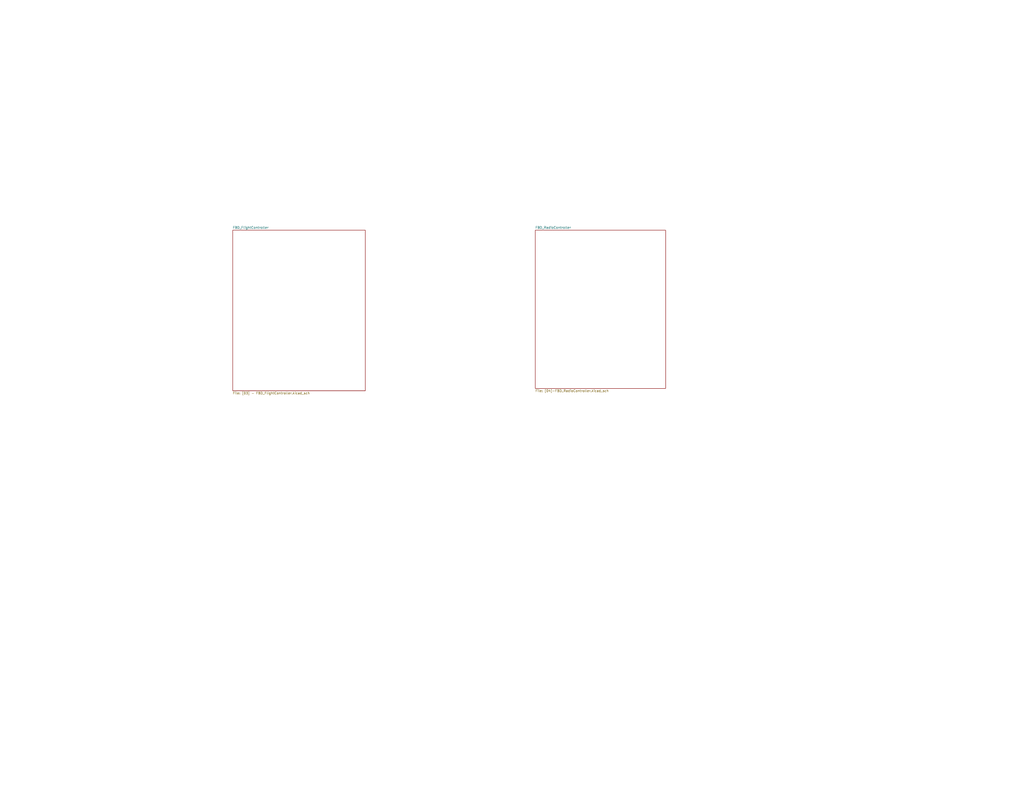
<source format=kicad_sch>
(kicad_sch
	(version 20231120)
	(generator "eeschema")
	(generator_version "8.0")
	(uuid "7b76c15c-a122-4b02-a22e-cad366359bbb")
	(paper "C")
	(title_block
		(comment 2 "DRAFT")
	)
	(lib_symbols)
	(sheet
		(at 292.1 125.73)
		(size 71.12 86.36)
		(fields_autoplaced yes)
		(stroke
			(width 0.1524)
			(type solid)
		)
		(fill
			(color 0 0 0 0.0000)
		)
		(uuid "52ef12aa-708a-4c3e-bdcf-f4b54bf97795")
		(property "Sheetname" "FBD_RadioController"
			(at 292.1 125.0184 0)
			(effects
				(font
					(size 1.27 1.27)
				)
				(justify left bottom)
			)
		)
		(property "Sheetfile" "[04]-FBD_RadioController.kicad_sch"
			(at 292.1 212.6746 0)
			(effects
				(font
					(size 1.27 1.27)
				)
				(justify left top)
			)
		)
		(instances
			(project "_Sub_HW_Qcopter"
				(path "/b8703f06-b3da-4de2-b217-f104939b36e8/6184e84e-040e-4878-8152-76cf0b949e21"
					(page "4")
				)
			)
		)
	)
	(sheet
		(at 127 125.73)
		(size 72.39 87.63)
		(fields_autoplaced yes)
		(stroke
			(width 0.1524)
			(type solid)
		)
		(fill
			(color 0 0 0 0.0000)
		)
		(uuid "e826979f-4a88-401c-bba5-a1c30231907a")
		(property "Sheetname" "FBD_FlightController"
			(at 127 125.0184 0)
			(effects
				(font
					(size 1.27 1.27)
				)
				(justify left bottom)
			)
		)
		(property "Sheetfile" "[03] - FBD_FlightController.kicad_sch"
			(at 127 213.9446 0)
			(effects
				(font
					(size 1.27 1.27)
				)
				(justify left top)
			)
		)
		(instances
			(project "_Sub_HW_Qcopter"
				(path "/b8703f06-b3da-4de2-b217-f104939b36e8/6184e84e-040e-4878-8152-76cf0b949e21"
					(page "3")
				)
			)
		)
	)
)
</source>
